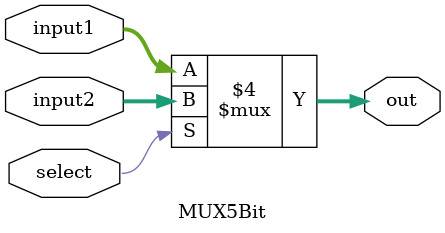
<source format=v>
`ifndef MODULE_MUX5BIT
`define MODULE_MUX5BIT
`timescale 1ns / 1ps


module MUX5Bit(
    input       select,
    input       [4:0]  input1, input2,
    output  reg [4:0]  out
    );
    always @(select or input1 or input2) begin
        if (select == 1'b0)
            out = input1;
        else
            out = input2;
    end
endmodule
`endif
</source>
